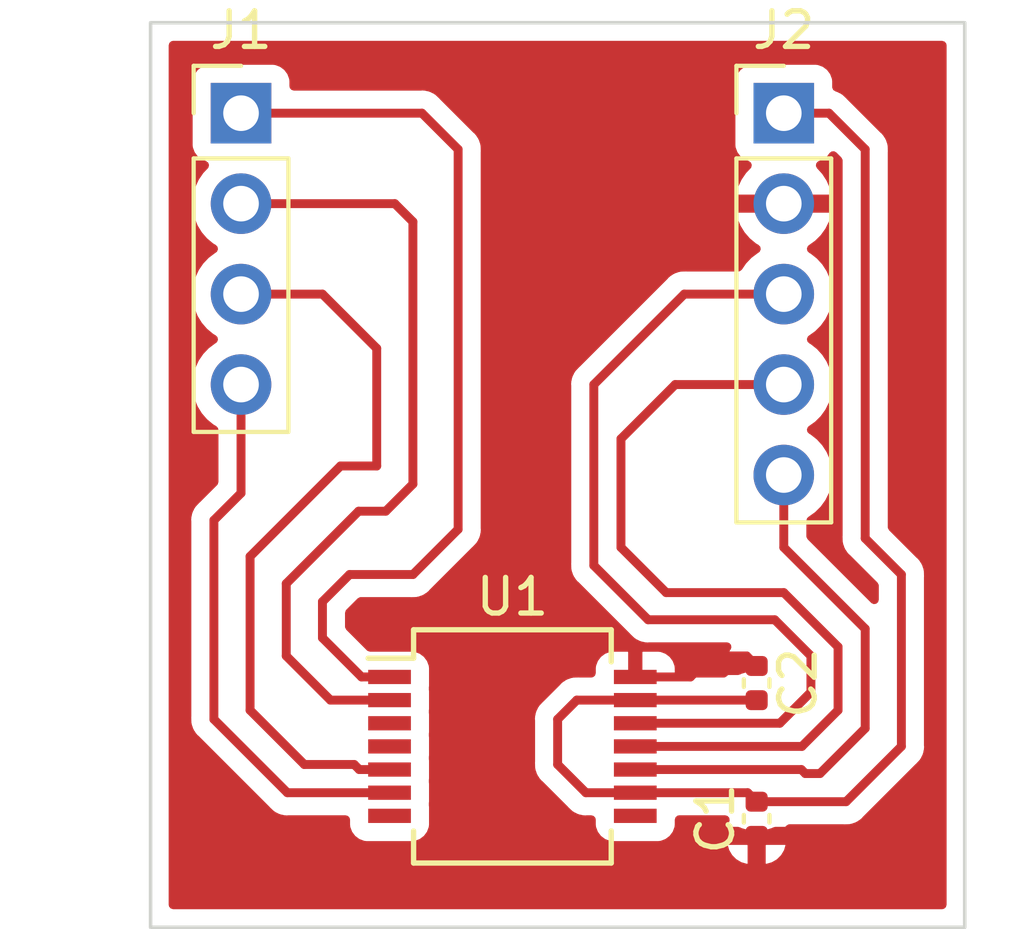
<source format=kicad_pcb>
(kicad_pcb (version 20211014) (generator pcbnew)
  (layers (0 "F.Cu" signal) (31 "B.Cu" signal) (34 "B.Paste" user) (35 "F.Paste" user) (36 "B.SilkS" user "B.Silkscreen") (37 "F.SilkS" user "F.Silkscreen") (38 "B.Mask" user) (39 "F.Mask" user) (44 "Edge.Cuts" user))
  (net 0 "")
  (net 1 "GND")
  (net 2 "+3V3")
  (net 3 "O1")
  (net 4 "O2")
  (net 5 "O3")
  (net 6 "O4")
  (net 7 "SCK")
  (net 8 "PICO")
  (net 9 "CS")
  (footprint "Capacitor_SMD:C_0402_1005Metric" (layer "F.Cu") (at 141.478 82.042 -90)
    (fp_text reference "C2" (at 0 -1.16 90) (layer "F.SilkS"))
    (fp_text value "0.1uF")
    (fp_line (start -0.107836 0.36) (end 0.107836 0.36) (layer "F.SilkS") (width 0.12))
    (fp_line (start -0.107836 -0.36) (end 0.107836 -0.36) (layer "F.SilkS") (width 0.12))
    (pad "1" smd roundrect (at -0.48 0 270) (size 0.56 0.62) (layers "F.Cu" "F.Paste" "F.Mask") (net 1 "GND"))
    (pad "2" smd roundrect (at 0.48 0 270) (size 0.56 0.62) (layers "F.Cu" "F.Paste" "F.Mask") (net 2 "+3V3"))
  )
  (footprint "Connector_PinHeader_2.54mm:PinHeader_1x05_P2.54mm_Vertical" (layer "F.Cu") (at 142.24 66.04)
    (fp_text reference "J2" (at 0 -2.33) (layer "F.SilkS"))
    (fp_text value "Conn_01x05_Male")
    (fp_line (start 1.33 1.27) (end 1.33 11.49) (layer "F.SilkS") (width 0.12))
    (fp_line (start -1.33 11.49) (end 1.33 11.49) (layer "F.SilkS") (width 0.12))
    (fp_line (start -1.33 -1.33) (end 0 -1.33) (layer "F.SilkS") (width 0.12))
    (fp_line (start -1.33 0) (end -1.33 -1.33) (layer "F.SilkS") (width 0.12))
    (fp_line (start -1.33 1.27) (end -1.33 11.49) (layer "F.SilkS") (width 0.12))
    (fp_line (start -1.33 1.27) (end 1.33 1.27) (layer "F.SilkS") (width 0.12))
    (pad "1" thru_hole rect (at 0 0) (size 1.7 1.7) (drill 1) (layers *.Cu *.Mask) (net 2 "+3V3"))
    (pad "2" thru_hole oval (at 0 2.54) (size 1.7 1.7) (drill 1) (layers *.Cu *.Mask) (net 1 "GND"))
    (pad "3" thru_hole oval (at 0 5.08) (size 1.7 1.7) (drill 1) (layers *.Cu *.Mask) (net 8 "PICO"))
    (pad "4" thru_hole oval (at 0 7.62) (size 1.7 1.7) (drill 1) (layers *.Cu *.Mask) (net 7 "SCK"))
    (pad "5" thru_hole oval (at 0 10.16) (size 1.7 1.7) (drill 1) (layers *.Cu *.Mask) (net 9 "CS"))
  )
  (footprint "Capacitor_SMD:C_0402_1005Metric" (layer "F.Cu") (at 141.478 85.852 90)
    (fp_text reference "C1" (at 0 -1.16 90) (layer "F.SilkS"))
    (fp_text value "0.1uF")
    (fp_line (start -0.107836 -0.36) (end 0.107836 -0.36) (layer "F.SilkS") (width 0.12))
    (fp_line (start -0.107836 0.36) (end 0.107836 0.36) (layer "F.SilkS") (width 0.12))
    (pad "1" smd roundrect (at -0.48 0 90) (size 0.56 0.62) (layers "F.Cu" "F.Paste" "F.Mask") (net 1 "GND"))
    (pad "2" smd roundrect (at 0.48 0 90) (size 0.56 0.62) (layers "F.Cu" "F.Paste" "F.Mask") (net 2 "+3V3"))
  )
  (footprint "Package_SO:SSOP-14_5.3x6.2mm_P0.65mm" (layer "F.Cu") (at 134.62 83.82)
    (fp_text reference "U1" (at 0 -4.2) (layer "F.SilkS"))
    (fp_text value "BH2227FV")
    (fp_line (start -2.775 3.275) (end -2.775 2.375) (layer "F.SilkS") (width 0.15))
    (fp_line (start 2.775 3.275) (end 2.775 2.375) (layer "F.SilkS") (width 0.15))
    (fp_line (start -2.775 -3.275) (end 2.775 -3.275) (layer "F.SilkS") (width 0.15))
    (fp_line (start -2.775 -3.275) (end -2.775 -2.475) (layer "F.SilkS") (width 0.15))
    (fp_line (start 2.775 -3.275) (end 2.775 -2.375) (layer "F.SilkS") (width 0.15))
    (fp_line (start -2.775 3.275) (end 2.775 3.275) (layer "F.SilkS") (width 0.15))
    (fp_line (start -2.775 -2.475) (end -4.05 -2.475) (layer "F.SilkS") (width 0.15))
    (pad "1" smd rect (at -3.45 -1.95) (size 1.2 0.4) (layers "F.Cu" "F.Paste" "F.Mask") (net 3 "O1"))
    (pad "2" smd rect (at -3.45 -1.3) (size 1.2 0.4) (layers "F.Cu" "F.Paste" "F.Mask") (net 4 "O2"))
    (pad "3" smd rect (at -3.45 -0.65) (size 1.2 0.4) (layers "F.Cu" "F.Paste" "F.Mask"))
    (pad "4" smd rect (at -3.45 0) (size 1.2 0.4) (layers "F.Cu" "F.Paste" "F.Mask"))
    (pad "5" smd rect (at -3.45 0.65) (size 1.2 0.4) (layers "F.Cu" "F.Paste" "F.Mask") (net 5 "O3"))
    (pad "6" smd rect (at -3.45 1.3) (size 1.2 0.4) (layers "F.Cu" "F.Paste" "F.Mask") (net 6 "O4"))
    (pad "7" smd rect (at -3.45 1.95) (size 1.2 0.4) (layers "F.Cu" "F.Paste" "F.Mask"))
    (pad "8" smd rect (at 3.45 1.95) (size 1.2 0.4) (layers "F.Cu" "F.Paste" "F.Mask"))
    (pad "9" smd rect (at 3.45 1.3) (size 1.2 0.4) (layers "F.Cu" "F.Paste" "F.Mask") (net 2 "+3V3"))
    (pad "10" smd rect (at 3.45 0.65) (size 1.2 0.4) (layers "F.Cu" "F.Paste" "F.Mask") (net 9 "CS"))
    (pad "11" smd rect (at 3.45 0) (size 1.2 0.4) (layers "F.Cu" "F.Paste" "F.Mask") (net 7 "SCK"))
    (pad "12" smd rect (at 3.45 -0.65) (size 1.2 0.4) (layers "F.Cu" "F.Paste" "F.Mask") (net 8 "PICO"))
    (pad "13" smd rect (at 3.45 -1.3) (size 1.2 0.4) (layers "F.Cu" "F.Paste" "F.Mask") (net 2 "+3V3"))
    (pad "14" smd rect (at 3.45 -1.95) (size 1.2 0.4) (layers "F.Cu" "F.Paste" "F.Mask") (net 1 "GND"))
  )
  (footprint "Connector_PinHeader_2.54mm:PinHeader_1x04_P2.54mm_Vertical" (layer "F.Cu") (at 127 66.04)
    (fp_text reference "J1" (at 0 -2.33) (layer "F.SilkS"))
    (fp_text value "Conn_01x04_Male")
    (fp_line (start 1.33 1.27) (end 1.33 8.95) (layer "F.SilkS") (width 0.12))
    (fp_line (start -1.33 1.27) (end 1.33 1.27) (layer "F.SilkS") (width 0.12))
    (fp_line (start -1.33 -1.33) (end 0 -1.33) (layer "F.SilkS") (width 0.12))
    (fp_line (start -1.33 8.95) (end 1.33 8.95) (layer "F.SilkS") (width 0.12))
    (fp_line (start -1.33 1.27) (end -1.33 8.95) (layer "F.SilkS") (width 0.12))
    (fp_line (start -1.33 0) (end -1.33 -1.33) (layer "F.SilkS") (width 0.12))
    (pad "1" thru_hole rect (at 0 0) (size 1.7 1.7) (drill 1) (layers *.Cu *.Mask) (net 3 "O1"))
    (pad "2" thru_hole oval (at 0 2.54) (size 1.7 1.7) (drill 1) (layers *.Cu *.Mask) (net 4 "O2"))
    (pad "3" thru_hole oval (at 0 5.08) (size 1.7 1.7) (drill 1) (layers *.Cu *.Mask) (net 5 "O3"))
    (pad "4" thru_hole oval (at 0 7.62) (size 1.7 1.7) (drill 1) (layers *.Cu *.Mask) (net 6 "O4"))
  )
  (gr_rect (start 124.46 63.5) (end 147.32 88.9) (layer "Edge.Cuts") (width 0.1) (fill none))
  (segment (start 139.618 81.87) (end 140.208 81.28) (width 0.25) (layer "F.Cu") (net 1))
  (segment (start 141.196 81.28) (end 141.478 81.562) (width 0.25) (layer "F.Cu") (net 1))
  (segment (start 138.07 81.87) (end 139.618 81.87) (width 0.25) (layer "F.Cu") (net 1))
  (segment (start 140.208 81.28) (end 141.196 81.28) (width 0.25) (layer "F.Cu") (net 1))
  (segment (start 138.07 82.52) (end 141.476 82.52) (width 0.25) (layer "F.Cu") (net 2))
  (segment (start 138.07 85.12) (end 141.226 85.12) (width 0.25) (layer "F.Cu") (net 2))
  (segment (start 135.89 83.058) (end 136.428 82.52) (width 0.25) (layer "F.Cu") (net 2))
  (segment (start 141.476 82.52) (end 141.478 82.522) (width 0.25) (layer "F.Cu") (net 2))
  (segment (start 141.226 85.12) (end 141.478 85.372) (width 0.25) (layer "F.Cu") (net 2))
  (segment (start 144.526 67.056) (end 143.51 66.04) (width 0.25) (layer "F.Cu") (net 2))
  (segment (start 145.542 78.994) (end 144.526 77.978) (width 0.25) (layer "F.Cu") (net 2))
  (segment (start 143.99 85.372) (end 145.542 83.82) (width 0.25) (layer "F.Cu") (net 2))
  (segment (start 138.07 85.12) (end 136.682 85.12) (width 0.25) (layer "F.Cu") (net 2))
  (segment (start 145.542 83.82) (end 145.542 78.994) (width 0.25) (layer "F.Cu") (net 2))
  (segment (start 141.478 85.372) (end 143.99 85.372) (width 0.25) (layer "F.Cu") (net 2))
  (segment (start 143.51 66.04) (end 142.24 66.04) (width 0.25) (layer "F.Cu") (net 2))
  (segment (start 136.428 82.52) (end 138.07 82.52) (width 0.25) (layer "F.Cu") (net 2))
  (segment (start 135.89 84.328) (end 135.89 83.058) (width 0.25) (layer "F.Cu") (net 2))
  (segment (start 144.526 77.978) (end 144.526 67.056) (width 0.25) (layer "F.Cu") (net 2))
  (segment (start 136.682 85.12) (end 135.89 84.328) (width 0.25) (layer "F.Cu") (net 2))
  (segment (start 130.048 78.994) (end 131.826 78.994) (width 0.25) (layer "F.Cu") (net 3))
  (segment (start 133.096 77.724) (end 133.096 67.056) (width 0.25) (layer "F.Cu") (net 3))
  (segment (start 131.826 78.994) (end 133.096 77.724) (width 0.25) (layer "F.Cu") (net 3))
  (segment (start 132.08 66.04) (end 127 66.04) (width 0.25) (layer "F.Cu") (net 3))
  (segment (start 129.286 79.756) (end 130.048 78.994) (width 0.25) (layer "F.Cu") (net 3))
  (segment (start 131.17 81.87) (end 130.384 81.87) (width 0.25) (layer "F.Cu") (net 3))
  (segment (start 130.384 81.87) (end 129.286 80.772) (width 0.25) (layer "F.Cu") (net 3))
  (segment (start 129.286 80.772) (end 129.286 79.756) (width 0.25) (layer "F.Cu") (net 3))
  (segment (start 133.096 67.056) (end 132.08 66.04) (width 0.25) (layer "F.Cu") (net 3))
  (segment (start 131.826 69.088) (end 131.318 68.58) (width 0.25) (layer "F.Cu") (net 4))
  (segment (start 131.17 82.52) (end 129.51 82.52) (width 0.25) (layer "F.Cu") (net 4))
  (segment (start 131.318 68.58) (end 127 68.58) (width 0.25) (layer "F.Cu") (net 4))
  (segment (start 128.27 79.248) (end 130.302 77.216) (width 0.25) (layer "F.Cu") (net 4))
  (segment (start 131.064 77.216) (end 131.826 76.454) (width 0.25) (layer "F.Cu") (net 4))
  (segment (start 130.302 77.216) (end 131.064 77.216) (width 0.25) (layer "F.Cu") (net 4))
  (segment (start 129.51 82.52) (end 128.27 81.28) (width 0.25) (layer "F.Cu") (net 4))
  (segment (start 131.826 76.454) (end 131.826 69.088) (width 0.25) (layer "F.Cu") (net 4))
  (segment (start 128.27 81.28) (end 128.27 79.248) (width 0.25) (layer "F.Cu") (net 4))
  (segment (start 127.254 78.486) (end 129.794 75.946) (width 0.25) (layer "F.Cu") (net 5))
  (segment (start 128.778 84.328) (end 127.254 82.804) (width 0.25) (layer "F.Cu") (net 5))
  (segment (start 131.17 84.47) (end 130.32 84.47) (width 0.25) (layer "F.Cu") (net 5))
  (segment (start 129.286 71.12) (end 127 71.12) (width 0.25) (layer "F.Cu") (net 5))
  (segment (start 130.81 75.946) (end 130.81 72.644) (width 0.25) (layer "F.Cu") (net 5))
  (segment (start 129.794 75.946) (end 130.81 75.946) (width 0.25) (layer "F.Cu") (net 5))
  (segment (start 130.81 72.644) (end 129.286 71.12) (width 0.25) (layer "F.Cu") (net 5))
  (segment (start 127.254 82.804) (end 127.254 78.486) (width 0.25) (layer "F.Cu") (net 5))
  (segment (start 130.32 84.47) (end 130.178 84.328) (width 0.25) (layer "F.Cu") (net 5))
  (segment (start 130.178 84.328) (end 128.778 84.328) (width 0.25) (layer "F.Cu") (net 5))
  (segment (start 126.238 77.47) (end 127 76.708) (width 0.25) (layer "F.Cu") (net 6))
  (segment (start 126.238 83.058) (end 126.238 77.47) (width 0.25) (layer "F.Cu") (net 6))
  (segment (start 128.3 85.12) (end 126.238 83.058) (width 0.25) (layer "F.Cu") (net 6))
  (segment (start 127 76.708) (end 127 73.66) (width 0.25) (layer "F.Cu") (net 6))
  (segment (start 131.17 85.12) (end 128.3 85.12) (width 0.25) (layer "F.Cu") (net 6))
  (segment (start 138.07 83.82) (end 142.748 83.82) (width 0.25) (layer "F.Cu") (net 7))
  (segment (start 142.748 83.82) (end 143.764 82.804) (width 0.25) (layer "F.Cu") (net 7))
  (segment (start 137.668 75.184) (end 139.192 73.66) (width 0.25) (layer "F.Cu") (net 7))
  (segment (start 143.764 82.804) (end 143.764 81.026) (width 0.25) (layer "F.Cu") (net 7))
  (segment (start 142.24 79.502) (end 138.938 79.502) (width 0.25) (layer "F.Cu") (net 7))
  (segment (start 139.192 73.66) (end 142.24 73.66) (width 0.25) (layer "F.Cu") (net 7))
  (segment (start 137.668 78.232) (end 137.668 75.184) (width 0.25) (layer "F.Cu") (net 7))
  (segment (start 138.938 79.502) (end 137.668 78.232) (width 0.25) (layer "F.Cu") (net 7))
  (segment (start 143.764 81.026) (end 142.24 79.502) (width 0.25) (layer "F.Cu") (net 7))
  (segment (start 138.43 80.264) (end 136.906 78.74) (width 0.25) (layer "F.Cu") (net 8))
  (segment (start 138.07 83.17) (end 142.128 83.17) (width 0.25) (layer "F.Cu") (net 8))
  (segment (start 141.986 80.264) (end 138.43 80.264) (width 0.25) (layer "F.Cu") (net 8))
  (segment (start 136.906 78.74) (end 136.906 73.66) (width 0.25) (layer "F.Cu") (net 8))
  (segment (start 136.906 73.66) (end 139.446 71.12) (width 0.25) (layer "F.Cu") (net 8))
  (segment (start 142.128 83.17) (end 143.002 82.296) (width 0.25) (layer "F.Cu") (net 8))
  (segment (start 139.446 71.12) (end 142.24 71.12) (width 0.25) (layer "F.Cu") (net 8))
  (segment (start 143.002 82.296) (end 143.002 81.28) (width 0.25) (layer "F.Cu") (net 8))
  (segment (start 143.002 81.28) (end 141.986 80.264) (width 0.25) (layer "F.Cu") (net 8))
  (segment (start 144.526 80.518) (end 142.24 78.232) (width 0.25) (layer "F.Cu") (net 9))
  (segment (start 142.845718 84.582) (end 143.256 84.582) (width 0.25) (layer "F.Cu") (net 9))
  (segment (start 138.07 84.47) (end 142.733718 84.47) (width 0.25) (layer "F.Cu") (net 9))
  (segment (start 142.733718 84.47) (end 142.845718 84.582) (width 0.25) (layer "F.Cu") (net 9))
  (segment (start 143.256 84.582) (end 144.526 83.312) (width 0.25) (layer "F.Cu") (net 9))
  (segment (start 142.24 78.232) (end 142.24 76.2) (width 0.25) (layer "F.Cu") (net 9))
  (segment (start 144.526 83.312) (end 144.526 80.518) (width 0.25) (layer "F.Cu") (net 9))
  (zone (net 1) (net_name "GND") (layer "F.Cu") (connect_pads (clearance 0.508)) (min_thickness 0.254) (fill yes (thermal_gap 0.508) (thermal_bridge_width 0.508))
    (polygon (pts (xy 147.32 88.9) (xy 124.46 88.9) (xy 124.46 63.5) (xy 147.32 63.5)))
  )
)
</source>
